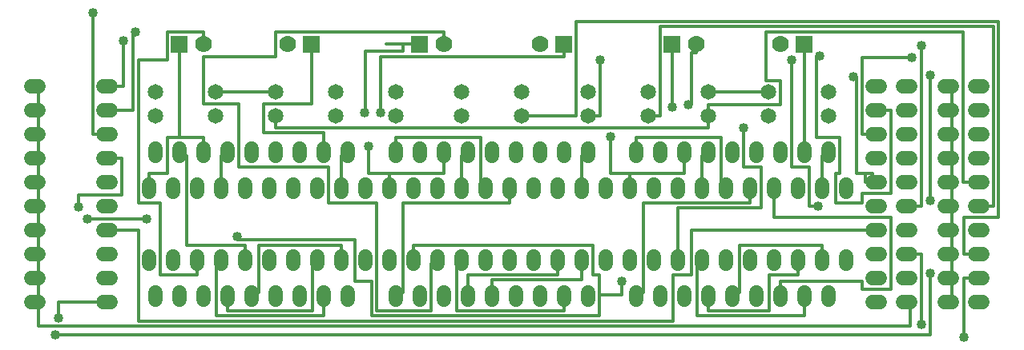
<source format=gbr>
G04 start of page 3 for group 1 idx 1 *
G04 Title: (unknown), solder *
G04 Creator: pcb 20100929 *
G04 CreationDate: Mon 21 Feb 2011 05:52:53 PM GMT UTC *
G04 For: vince *
G04 Format: Gerber/RS-274X *
G04 PCB-Dimensions: 480000 150000 *
G04 PCB-Coordinate-Origin: lower left *
%MOIN*%
%FSLAX25Y25*%
%LNBACK*%
%ADD11C,0.0120*%
%ADD12C,0.0650*%
%ADD13C,0.0200*%
%ADD14C,0.0700*%
%ADD15C,0.0600*%
%ADD16C,0.0400*%
%ADD17C,0.0290*%
%ADD18C,0.0280*%
%ADD19C,0.0350*%
G54D11*X401500Y52500D02*X401501D01*
X401500D02*X400000D01*
X401501D02*X401500D01*
X401501D02*X401500D01*
X406100Y57900D02*Y27900D01*
X393899Y31101D02*X360000D01*
Y26500D02*Y26499D01*
X370000Y23500D02*Y16699D01*
X360000Y26500D02*Y26499D01*
Y25000D01*
X355399Y33900D02*Y18900D01*
X360000Y31101D02*Y26500D01*
X375700Y62500D02*X375701D01*
X375700D02*X372100D01*
X375701D02*X375700D01*
X406100Y57900D02*X357500D01*
X377500Y46101D02*Y38500D01*
X367500Y33900D02*X355399D01*
X367500Y38500D02*Y33900D01*
X357500Y68500D02*Y57900D01*
X406100Y27900D02*X393899D01*
Y31101D02*Y27900D01*
X414000Y22500D02*Y12297D01*
X431500Y42500D02*Y42499D01*
Y42500D02*Y42499D01*
Y42500D02*Y42499D01*
Y42500D02*X430000D01*
X444000Y32500D02*X436399D01*
X441000Y42500D02*X436399D01*
X431500Y32500D02*X430000D01*
X431500D02*Y32499D01*
Y32500D02*Y32499D01*
Y42499D02*Y32500D01*
Y62500D02*Y62499D01*
Y62500D01*
Y62499D01*
Y62500D02*Y62499D01*
X448600Y62500D02*X444000D01*
X431500Y52500D02*Y52499D01*
Y52500D02*Y52499D01*
Y62499D02*Y52500D01*
Y32500D02*Y32499D01*
Y32500D01*
Y22500D02*Y22499D01*
Y32499D02*Y22500D01*
X418600Y13098D02*Y13097D01*
Y42500D02*X414000D01*
X418600Y13098D02*Y13097D01*
Y42500D02*Y13098D01*
X436399Y7899D02*Y7898D01*
X431500Y22500D02*Y22499D01*
Y22500D01*
X436399Y7899D02*Y7898D01*
X431500Y22500D02*X430000D01*
X436399Y32500D02*Y7899D01*
X422500Y34300D02*Y8696D01*
X431500Y52500D02*Y52499D01*
Y52500D01*
X430000D01*
X431500Y42499D02*Y42500D01*
X436399Y57900D02*Y42500D01*
X431500Y52499D02*Y42500D01*
X347500Y68500D02*Y63900D01*
X352100Y61699D02*X317500D01*
X401500Y52500D02*X322899D01*
X377500Y46101D02*X342899D01*
X352100Y78900D02*Y61699D01*
X337500Y72898D02*X335399D01*
X337500Y70000D01*
X335399Y68500D01*
X337500D01*
X347500Y63900D02*X302899D01*
X280000Y83500D02*X277500D01*
X280001D02*X280000D01*
X277500D02*X280000Y85000D01*
X327500Y83500D02*X330000Y85000D01*
X302899Y26500D02*X300000D01*
X302900D02*X302899D01*
X277500Y83500D02*Y68500D01*
Y38500D02*Y31699D01*
X284600Y25299D02*Y16699D01*
Y33900D02*Y25299D01*
X294000Y31099D02*Y25299D01*
X337500Y72899D02*X335399D01*
X337501D02*X337500D01*
X170000Y86500D02*Y86499D01*
Y92949D02*Y86500D01*
Y86499D01*
Y85000D01*
Y92949D02*X145149D01*
X172100Y78900D02*X134600D01*
X133900Y49701D02*Y48302D01*
X182899D02*X133900D01*
X172100Y78900D02*Y63900D01*
X177500Y46101D02*X142899D01*
X177500Y83500D02*Y68500D01*
X180000Y83500D02*X177500D01*
X180001D02*X180000D01*
X177500D02*X180000Y85000D01*
X197500Y76101D02*X188750D01*
X197500D02*Y68500D01*
X192100Y63900D02*X172100D01*
X193750Y101251D02*Y101250D01*
X200000Y86500D02*Y86499D01*
Y91101D02*Y86500D01*
X193750Y124900D02*Y101251D01*
X188750Y87500D02*Y76101D01*
X186988Y101251D02*Y101250D01*
Y101251D02*Y101250D01*
Y101251D02*X187340D01*
Y115978D02*Y101251D01*
Y121539D02*Y115978D01*
Y121539D02*Y115978D01*
X202899Y63900D02*Y26500D01*
X200000Y26499D02*Y25000D01*
Y26499D02*X202899Y26500D01*
X202900D01*
X200000D02*X202899D01*
X200000D01*
X202900D02*X202899D01*
X189899Y31101D02*Y16699D01*
Y31101D02*X182899D01*
X192100Y63900D02*Y18900D01*
X182899Y48302D02*Y31101D01*
X127500Y37102D02*X127501D01*
X133900Y48302D02*Y48301D01*
Y48302D02*Y48301D01*
Y49701D02*Y48302D01*
Y49701D02*Y48302D01*
X177500Y46101D02*Y38500D01*
X167500Y37102D02*X167501D01*
X167500D02*X165399D01*
X167501D02*X167500D01*
X193750Y101251D02*Y101250D01*
X220000Y130000D02*Y129999D01*
Y83500D02*Y76101D01*
X208751D02*X197500D01*
X208751D02*X197500D01*
X220000D02*X208751D01*
X202976Y130000D02*X195952D01*
X210000D02*X202976D01*
Y127101D01*
X220000Y130000D02*Y129999D01*
X270000Y130000D02*Y124900D01*
X193750D01*
X315000Y130000D02*Y103749D01*
X230001Y83500D02*X230000D01*
X235399Y91101D02*X200000D01*
X227500Y83500D02*Y68500D01*
X230000Y83500D02*X227500D01*
X235399Y91101D02*Y72899D01*
X227500Y83500D02*X230000Y85000D01*
X418600Y129300D02*Y62500D01*
X393899Y124300D02*Y92500D01*
X414702Y124300D02*X393899D01*
X414702D02*Y124301D01*
Y124300D02*Y124301D01*
X284850Y123500D02*Y100000D01*
X359850Y114851D02*X354100D01*
Y135101D02*Y114851D01*
X237500Y72898D02*X235399D01*
Y68500D02*X237500D01*
X235399Y72898D02*X237500Y70000D01*
X235399Y68500D01*
X247500Y63900D02*X202899D01*
X237501Y72899D02*X237500D01*
X247500Y68500D02*Y63900D01*
X237500Y72899D02*X235399Y72898D01*
X237500Y72899D02*X235399D01*
X210000Y130000D02*X210001D01*
X220000Y135101D02*Y130000D01*
Y135101D02*X149899D01*
X210001Y130000D02*X210000D01*
X86549Y131499D02*Y112500D01*
X91549Y135101D02*X90698D01*
Y102500D01*
X187340Y127101D02*Y121539D01*
Y127101D02*Y121539D01*
Y127101D02*Y121539D01*
X202976Y127101D02*X187340D01*
X282100Y46101D02*X207500D01*
X277500Y31699D02*X240000D01*
X267500Y33900D02*X230000D01*
X267500Y38500D02*Y33900D01*
X227501Y37102D02*X227500D01*
X214600Y38500D02*X217500Y40000D01*
X315399Y14498D02*X92899D01*
X422500Y8696D02*X58301D01*
X414000Y12297D02*X51500D01*
Y52500D02*Y52499D01*
Y42499D02*Y42500D01*
Y52499D02*Y52500D01*
Y62500D02*Y62499D01*
Y62500D01*
X80001Y22500D02*X80000D01*
X51500Y22499D02*Y22500D01*
Y32499D02*Y32500D01*
X230000Y26499D02*Y25000D01*
X207500Y46101D02*Y38500D01*
X284600Y16699D02*X189899D01*
X214600Y38500D02*Y18900D01*
X217500Y38500D02*X214600D01*
X217501D02*X217500D01*
X214600Y18900D02*X192100D01*
X270000Y23500D02*Y18900D01*
X225399D01*
X240000Y26500D02*Y26499D01*
Y31699D02*Y26500D01*
X230000D02*Y26499D01*
Y33900D02*Y26500D01*
X227500Y37102D02*X225399D01*
Y18900D01*
X330000Y95150D02*X150000D01*
X275100Y100000D02*X252500D01*
X237500Y72899D02*X235399D01*
X237500D02*X237501D01*
X330000Y100000D02*Y99999D01*
X214600Y38500D02*X217500D01*
X217501D01*
X200000Y26500D02*Y26499D01*
X227500Y83500D02*X230000D01*
X230001D01*
X96500Y57101D02*X96501D01*
X227500Y37102D02*X227501D01*
X140000Y26500D02*Y26499D01*
Y25000D01*
X68097Y67101D02*Y62099D01*
X177500Y83500D02*X180000D01*
X180001D01*
X200000Y86500D02*Y86499D01*
Y85000D01*
X240000Y26500D02*Y26499D01*
X230000Y26500D02*Y26499D01*
X240000D02*Y25000D01*
X300000Y86500D02*Y86499D01*
Y85000D01*
X277500Y83500D02*X280000D01*
X280001D01*
X297500Y76101D02*Y68500D01*
Y76101D02*X289299D01*
Y91550D02*Y76101D01*
X284850Y100000D02*X280000D01*
X309850Y137302D02*Y100000D01*
X325000Y126502D02*Y126501D01*
Y130000D02*Y126502D01*
Y126501D01*
Y130000D02*Y126502D01*
X325001D02*X325000D01*
X330000Y100000D02*Y99999D01*
Y104851D02*Y100000D01*
Y99999D01*
X322948Y126502D02*Y104850D01*
X325000Y126502D02*X322948D01*
X321549Y104849D02*X322948Y104850D01*
X322949D01*
X321549D02*X322948D01*
X321549D01*
X322949D02*X322948D01*
X309850Y100000D02*X305000D01*
X337500Y72899D02*X337501D01*
X337500D02*X335399D01*
X315399Y33900D02*Y14498D01*
X317500Y61699D02*Y41500D01*
X322899Y33900D02*X315399D01*
X300000Y26500D02*Y26499D01*
X302899Y63900D02*Y26500D01*
X300000Y26499D02*X302899Y26500D01*
X302900D01*
X300000D02*X302899D01*
X300000Y26499D02*Y25000D01*
X282100Y46101D02*Y33900D01*
X284600D02*X282100D01*
X294000Y25299D02*X284600D01*
X327500Y37102D02*X325399D01*
X327500D02*X327501D01*
X330000Y23500D02*Y18900D01*
X327501Y37102D02*X327500D01*
X322899Y52500D02*Y33900D01*
X325399Y37102D02*Y16699D01*
X340000Y26500D02*Y26499D01*
Y25000D01*
X342899Y46101D02*Y26500D01*
X340000Y26499D02*X342899Y26500D01*
X342900D01*
X340000D02*X342899D01*
X340000D01*
X342900D02*X342899D01*
X355399Y18900D02*X330000D01*
X370000Y16699D02*X325399D01*
X330000Y99999D02*Y95150D01*
X327500Y83500D02*X330000D01*
X327500D02*Y68500D01*
X330000Y83500D02*X327500D01*
X308751Y76101D02*X297500D01*
X308751D02*X297500D01*
X320000D02*X308751D01*
X320000Y83500D02*Y76101D01*
X330001Y83500D02*X330000D01*
X330001D01*
X344600Y95150D02*Y78900D01*
X337500Y72899D02*X335399Y72898D01*
X51500Y32500D02*Y32499D01*
Y32500D02*Y32499D01*
Y32500D02*Y32499D01*
X81500Y22500D02*X80001D01*
X78500D02*X59701D01*
X80000D02*X78500D01*
X80001D02*X80000D01*
X58301Y8696D02*Y8695D01*
X59701Y15897D02*Y15896D01*
X58301Y8696D02*Y8695D01*
X59701Y15897D02*Y15896D01*
Y22500D02*Y15897D01*
X51500Y22500D02*X50000D01*
X51500D02*Y22499D01*
Y22500D02*Y22499D01*
Y12297D01*
Y22500D02*Y22499D01*
Y32499D02*Y22500D01*
X92899Y52500D02*Y14498D01*
X51500Y32500D02*X50000D01*
X51500Y52500D02*X50000D01*
X51500D02*Y52499D01*
Y52500D02*Y52499D01*
Y42499D02*Y32500D01*
Y42500D02*Y42499D01*
Y42500D02*X50000D01*
X51500D02*Y42499D01*
Y42500D02*Y42499D01*
Y52499D02*Y42500D01*
X86100Y82500D02*Y67101D01*
X68097D01*
X86100Y82500D02*X81500D01*
X71698Y57100D02*Y57099D01*
Y57101D02*Y57100D01*
X96500Y57101D02*X71698D01*
X92899Y52500D02*X81500D01*
X78500Y92500D02*X78501D01*
X80000D01*
X78500D02*X73899D01*
X78501D02*X78500D01*
X104850Y76101D02*X97500D01*
X104899Y123497D02*X92899D01*
Y63900D01*
X51500Y72500D02*Y72499D01*
Y72500D01*
Y72499D01*
Y72500D02*Y72499D01*
Y82500D02*Y82499D01*
Y82500D02*Y82499D01*
Y82500D02*X50000D01*
X51500D02*Y82499D01*
Y92499D02*Y92500D01*
X50000D01*
X51500D02*Y92499D01*
Y82500D01*
Y92500D02*Y92499D01*
Y72500D02*X50000D01*
X51500Y72499D02*Y62500D01*
Y82499D02*Y72500D01*
X73900Y143104D02*X73901D01*
X73900D02*X73899D01*
X73901D02*X73900D01*
X73899D02*Y92500D01*
X90698Y102500D02*X81500D01*
X86549Y112500D02*X81500D01*
X51500Y92500D02*Y92499D01*
Y102500D02*X50000D01*
X51500D02*Y102499D01*
Y102500D01*
Y102499D01*
Y102500D02*Y102499D01*
Y112500D02*Y102500D01*
Y102499D02*Y92500D01*
X71698Y57100D02*Y57099D01*
X51500Y62500D02*X50000D01*
X51500D02*Y62499D01*
Y52500D01*
Y62500D02*Y62499D01*
X112899Y83500D02*Y46101D01*
Y83500D02*X110000D01*
X112900D02*X112899D01*
X112426Y91101D02*X110000D01*
X120000Y86500D02*Y86499D01*
Y85000D01*
X127500Y83500D02*X130000D01*
X130001D01*
X110000D02*X112899D01*
X112900D01*
X110000D02*X112899D01*
X137500Y46101D02*Y38500D01*
Y46101D02*X112899D01*
X127500Y37102D02*X125399D01*
X127501D02*X127500D01*
X102100Y63900D02*Y33900D01*
X117500D02*X102100D01*
X117500Y38500D02*Y33900D01*
X97500Y76101D02*Y68500D01*
X102100Y63900D02*X92899D01*
X96501Y57101D02*X96500D01*
X127500Y83500D02*Y68500D01*
X130000Y83500D02*X127500D01*
X130000Y85000D01*
X170000Y16699D02*X125399D01*
X142899Y46101D02*Y26500D01*
X140000D01*
X165399Y37102D02*Y18900D01*
X170000Y23500D02*Y16699D01*
X140000Y26499D02*X142899Y26500D01*
X142900D01*
X140000D02*X142899D01*
X142900D02*X142899D01*
X165399Y18900D02*X130000D01*
Y23500D02*Y18900D01*
X125399Y37102D02*Y16699D01*
X110000Y130000D02*Y91101D01*
X149899Y135101D02*Y124900D01*
X150001Y110000D02*X150000D01*
Y100000D02*Y95150D01*
X120000Y130000D02*Y129999D01*
Y130000D02*Y129999D01*
Y135101D02*Y130000D01*
Y135101D02*X104899D01*
Y123497D01*
X120149Y124900D02*Y105150D01*
X165000Y130000D02*Y105150D01*
X149899Y124900D02*X120149D01*
X150000Y110000D02*X150001D01*
X165000Y105150D02*X145149D01*
Y92949D01*
X134600Y105150D02*Y78900D01*
X130001Y83500D02*X130000D01*
X134600Y105150D02*X120149D01*
X150000Y110000D02*X125000D01*
X104850Y91101D02*Y76101D01*
X112426Y91101D02*X110000D01*
X104850D01*
X112899Y83500D02*X110000Y85000D01*
X120000Y86500D02*Y86499D01*
Y91101D02*Y86500D01*
Y91101D02*X112426D01*
X359850Y104851D02*X330000D01*
X355000Y110000D02*X330000D01*
X335399Y91101D02*Y72899D01*
X448600Y137302D02*X309850D01*
X450801Y139503D02*X275100D01*
X436100Y135101D02*X354100D01*
X321549Y104850D02*Y104849D01*
X275100Y139503D02*Y100000D01*
X325000Y130000D02*Y126502D01*
X325001D01*
X335399Y91101D02*X300000D01*
Y86500D02*Y86499D01*
Y91101D02*Y86500D01*
X380000Y83500D02*X377500D01*
Y68500D01*
X380001Y83500D02*X380000D01*
X377500D02*X380000Y85000D01*
X352100Y78900D02*X344600D01*
X370000Y130000D02*Y86500D01*
X355000Y110000D02*X355001D01*
X355000D01*
X436100Y135101D02*Y72500D01*
X448600Y137302D02*Y62500D01*
X450801Y57900D02*X436399D01*
X431500Y92500D02*Y92499D01*
Y92500D01*
X430000D01*
X431500Y102500D02*Y102499D01*
X422201Y117100D02*Y64700D01*
X418600Y62500D02*X414000D01*
X450801Y139503D02*Y57900D01*
X431500Y82500D02*Y82499D01*
Y82500D01*
X422201Y64700D02*Y64699D01*
X431500Y82500D02*X430000D01*
X431500Y72500D02*X430000D01*
X422201Y64700D02*Y64699D01*
X431500Y62500D02*X430000D01*
X441000Y72500D02*X436100D01*
X431500D02*Y72499D01*
Y72500D01*
X372100Y78900D02*X364600D01*
X370000Y86500D02*Y86499D01*
Y85000D01*
Y86500D02*Y86499D01*
X359850Y114851D02*Y104851D01*
X364600Y123500D02*Y78900D01*
X401500Y92500D02*X401501D01*
X401500D01*
X401501D02*X401500D01*
X406100Y102500D02*X401500D01*
X406100D02*Y67900D01*
X390299Y116250D02*X391698D01*
X391699D01*
X390299D02*X391698D01*
X390299D01*
X391699D02*X391698D01*
Y76101D01*
X375149Y125054D02*X376500D01*
X376501D01*
X375149D02*Y91101D01*
X376500Y125054D02*X375149D01*
X376501D02*X376500D01*
X401500Y92500D02*X393899D01*
X384600Y91101D02*X375149D01*
X384600D02*Y76101D01*
X382899D01*
X398500D02*X395502D01*
X398500Y72500D02*X395501D01*
X398500D02*Y76101D01*
X395502D02*X395501D01*
X377500Y83500D02*X380000D01*
X380001D01*
X382899Y76101D02*Y63900D01*
X372100Y78900D02*Y62500D01*
X393899Y63900D02*X382899D01*
X393899Y67900D02*Y63900D01*
X401500Y72500D02*X401501D01*
X398500D02*X400000D01*
X398500D02*X395501D01*
X401501D02*X398500D01*
X401500Y92500D02*X400000D01*
X398500Y72500D02*Y76101D01*
X395502D01*
X398500Y72500D02*X395501Y72499D01*
X395502Y76101D02*X395501D01*
Y72500D02*Y72499D01*
Y76101D02*Y72500D01*
Y76101D02*X391698D01*
X406100Y67900D02*X393899D01*
X431500Y92500D02*Y92499D01*
Y82500D01*
Y82499D01*
Y72500D01*
Y82500D02*Y82499D01*
Y102500D02*Y102499D01*
Y102500D02*X430000D01*
X431500D02*Y102499D01*
Y112500D02*Y102500D01*
Y72500D02*Y72499D01*
Y62500D01*
Y72500D02*Y72499D01*
Y92500D02*Y92499D01*
Y102499D02*Y92500D01*
G54D12*X150000Y110000D03*
Y100000D03*
X175000Y110000D03*
Y100000D03*
G54D13*G36*
X161500Y133500D02*Y126500D01*
X168500D01*
Y133500D01*
X161500D01*
G37*
G54D14*X155000Y130000D03*
G54D12*X200000Y110000D03*
Y100000D03*
G54D15*X180000Y85000D03*
X200000D03*
X170000D03*
X160000D03*
X150000D03*
X140000D03*
X130000D03*
X120000D03*
G54D14*Y130000D03*
G54D15*X110000Y85000D03*
X100000D03*
G54D13*G36*
X106500Y133500D02*Y126500D01*
X113500D01*
Y133500D01*
X106500D01*
G37*
G54D15*X50000Y112500D03*
Y102500D03*
Y92500D03*
Y82500D03*
Y72500D03*
Y62500D03*
Y52500D03*
Y42500D03*
Y32500D03*
Y22500D03*
X80000Y52500D03*
Y62500D03*
Y72500D03*
Y82500D03*
Y92500D03*
Y22500D03*
Y32500D03*
Y42500D03*
X97500Y70000D03*
X107500D03*
X117500D03*
X127500D03*
X137500D03*
X147500D03*
X157500D03*
X167500D03*
X177500D03*
X187500D03*
G54D12*X100000Y110000D03*
Y100000D03*
X125000Y110000D03*
Y100000D03*
G54D15*X80000Y102500D03*
Y112500D03*
X100000Y25000D03*
X110000D03*
X120000D03*
X130000D03*
X140000D03*
X150000D03*
X160000D03*
X157500Y40000D03*
X147500D03*
X170000Y25000D03*
X167500Y40000D03*
X180000Y25000D03*
X187500Y40000D03*
X177500D03*
X200000Y25000D03*
X137500Y40000D03*
X127500D03*
X117500D03*
X107500D03*
X97500D03*
G54D12*X227500Y110000D03*
X252500D03*
X280000D03*
X227500Y100000D03*
X252500D03*
X280000D03*
X305000D03*
X330000D03*
X355000D03*
G54D13*G36*
X266500Y133500D02*Y126500D01*
X273500D01*
Y133500D01*
X266500D01*
G37*
G54D14*X260000Y130000D03*
G54D13*G36*
X206500Y133500D02*Y126500D01*
X213500D01*
Y133500D01*
X206500D01*
G37*
G54D14*X220000Y130000D03*
G54D15*X267500Y70000D03*
X277500D03*
X287500D03*
X280000Y85000D03*
X270000D03*
X260000D03*
X250000D03*
X240000D03*
X230000D03*
X220000D03*
X210000D03*
X350000D03*
X340000D03*
X330000D03*
X320000D03*
X310000D03*
X300000D03*
X247500Y40000D03*
X237500D03*
X227500D03*
X217500D03*
X207500D03*
X197500D03*
Y70000D03*
X207500D03*
X217500D03*
X210000Y25000D03*
X220000D03*
X230000D03*
X227500Y70000D03*
X237500D03*
X247500D03*
X257500D03*
X240000Y25000D03*
X250000D03*
X260000D03*
X270000D03*
X287500Y40000D03*
X297500D03*
X280000Y25000D03*
X300000D03*
X277500Y40000D03*
X267500D03*
X257500D03*
X430000Y22500D03*
X442500D03*
X412500D03*
X430000Y32500D03*
X442500D03*
X412500D03*
X400000Y72500D03*
Y62500D03*
Y52500D03*
Y42500D03*
Y32500D03*
Y22500D03*
G54D12*X305000Y110000D03*
X330000D03*
X355000D03*
X380000D03*
G54D13*G36*
X311500Y133500D02*Y126500D01*
X318500D01*
Y133500D01*
X311500D01*
G37*
G54D14*X325000Y130000D03*
G54D12*X380000Y100000D03*
G54D15*X400000Y102500D03*
G54D13*G36*
X366500Y133500D02*Y126500D01*
X373500D01*
Y133500D01*
X366500D01*
G37*
G54D14*X360000Y130000D03*
G54D15*X430000Y102500D03*
X412500D03*
X430000Y112500D03*
X400000D03*
X412500D03*
X442500D03*
Y102500D03*
X297500Y70000D03*
X307500D03*
X317500D03*
X327500D03*
X337500D03*
X347500D03*
X357500D03*
X367500D03*
X377500D03*
X387500D03*
X430000Y42500D03*
X442500D03*
X412500D03*
Y52500D03*
Y62500D03*
Y72500D03*
X430000Y52500D03*
Y62500D03*
Y72500D03*
X442500D03*
Y62500D03*
Y52500D03*
X430000Y82500D03*
Y92500D03*
X442500D03*
Y82500D03*
X400000Y92500D03*
Y82500D03*
X412500D03*
Y92500D03*
X380000Y85000D03*
X370000D03*
X360000D03*
X387500Y40000D03*
X377500D03*
X367500D03*
X357500D03*
X347500D03*
X337500D03*
X327500D03*
X317500D03*
X307500D03*
X310000Y25000D03*
X320000D03*
X330000D03*
X340000D03*
X350000D03*
X360000D03*
X370000D03*
X380000D03*
G54D16*X375700Y62500D03*
X390299Y116250D03*
X422500Y34300D03*
X422201Y117100D03*
Y64700D03*
X364600Y123500D03*
X376500Y125054D03*
X418600Y129300D03*
X414702Y124300D03*
X91549Y135101D03*
X73900Y143104D03*
X86549Y131499D03*
X284850Y123500D03*
X418600Y13098D03*
X59701Y15897D03*
X58301Y8696D03*
X436399Y7899D03*
X289299Y91550D03*
X344600Y95150D03*
X321549Y104850D03*
X294000Y31099D03*
X315000Y103749D03*
X193750Y101251D03*
X96500Y57101D03*
X71698Y57100D03*
X133900Y49701D03*
X68097Y62099D03*
X188750Y87500D03*
X186988Y101251D03*
G54D15*X48500Y112500D02*X51500D01*
X48500Y102500D02*X51500D01*
X48500Y92500D02*X51500D01*
X48500Y82500D02*X51500D01*
X48500Y72500D02*X51500D01*
X48500Y62500D02*X51500D01*
X48500Y52500D02*X51500D01*
X48500Y42500D02*X51500D01*
X48500Y32500D02*X51500D01*
X78500Y62500D02*X81500D01*
X78500Y72500D02*X81500D01*
X78500Y82500D02*X81500D01*
X78500Y92500D02*X81500D01*
X78500Y102500D02*X81500D01*
X78500Y112500D02*X81500D01*
X48500Y22500D02*X51500D01*
X78500Y32500D02*X81500D01*
X78500Y42500D02*X81500D01*
X78500Y52500D02*X81500D01*
X237500Y41500D02*Y38500D01*
X227500Y41500D02*Y38500D01*
X217500Y41500D02*Y38500D01*
X207500Y41500D02*Y38500D01*
X187500Y41500D02*Y38500D01*
X197500Y41500D02*Y38500D01*
Y71500D02*Y68500D01*
X207500Y71500D02*Y68500D01*
X217500Y71500D02*Y68500D01*
X227500Y71500D02*Y68500D01*
X237500Y71500D02*Y68500D01*
X247500Y71500D02*Y68500D01*
X187500Y71500D02*Y68500D01*
X257500Y71500D02*Y68500D01*
X260000Y86500D02*Y83500D01*
X250000Y86500D02*Y83500D01*
X240000Y86500D02*Y83500D01*
X230000Y86500D02*Y83500D01*
X220000Y86500D02*Y83500D01*
X210000Y86500D02*Y83500D01*
X200000Y86500D02*Y83500D01*
Y26500D02*Y23500D01*
X210000Y26500D02*Y23500D01*
X220000Y26500D02*Y23500D01*
X230000Y26500D02*Y23500D01*
X398500Y72500D02*X401500D01*
X398500Y62500D02*X401500D01*
X398500Y52500D02*X401500D01*
X398500Y42500D02*X401500D01*
X387500Y41500D02*Y38500D01*
X398500Y32500D02*X401500D01*
X398500Y22500D02*X401500D01*
X377500Y41500D02*Y38500D01*
X367500Y41500D02*Y38500D01*
X357500Y41500D02*Y38500D01*
X317500Y71500D02*Y68500D01*
X327500Y71500D02*Y68500D01*
X337500Y71500D02*Y68500D01*
X347500Y71500D02*Y68500D01*
X357500Y71500D02*Y68500D01*
X367500Y71500D02*Y68500D01*
X377500Y71500D02*Y68500D01*
X347500Y41500D02*Y38500D01*
X337500Y41500D02*Y38500D01*
X327500Y41500D02*Y38500D01*
X317500Y41500D02*Y38500D01*
X320000Y26500D02*Y23500D01*
X330000Y26500D02*Y23500D01*
X340000Y26500D02*Y23500D01*
X350000Y26500D02*Y23500D01*
X360000Y26500D02*Y23500D01*
X370000Y26500D02*Y23500D01*
X380000Y26500D02*Y23500D01*
X387500Y71500D02*Y68500D01*
X380000Y86500D02*Y83500D01*
X370000Y86500D02*Y83500D01*
X360000Y86500D02*Y83500D01*
X350000Y86500D02*Y83500D01*
X340000Y86500D02*Y83500D01*
X330000Y86500D02*Y83500D01*
X320000Y86500D02*Y83500D01*
X78500Y22500D02*X81500D01*
X100000Y26500D02*Y23500D01*
X110000Y26500D02*Y23500D01*
X120000Y26500D02*Y23500D01*
X180000Y86500D02*Y83500D01*
X170000Y86500D02*Y83500D01*
X160000Y86500D02*Y83500D01*
X150000Y86500D02*Y83500D01*
Y26500D02*Y23500D01*
X160000Y26500D02*Y23500D01*
X170000Y26500D02*Y23500D01*
X180000Y26500D02*Y23500D01*
X177500Y41500D02*Y38500D01*
X167500Y41500D02*Y38500D01*
X157500Y41500D02*Y38500D01*
X147500Y41500D02*Y38500D01*
X130000Y26500D02*Y23500D01*
X140000Y26500D02*Y23500D01*
X137500Y41500D02*Y38500D01*
X127500Y41500D02*Y38500D01*
X117500Y41500D02*Y38500D01*
X107500Y41500D02*Y38500D01*
X97500Y41500D02*Y38500D01*
X140000Y86500D02*Y83500D01*
X130000Y86500D02*Y83500D01*
X120000Y86500D02*Y83500D01*
X110000Y86500D02*Y83500D01*
X100000Y86500D02*Y83500D01*
X97500Y71500D02*Y68500D01*
X107500Y71500D02*Y68500D01*
X117500Y71500D02*Y68500D01*
X127500Y71500D02*Y68500D01*
X137500Y71500D02*Y68500D01*
X147500Y71500D02*Y68500D01*
X157500Y71500D02*Y68500D01*
X167500Y71500D02*Y68500D01*
X177500Y71500D02*Y68500D01*
X428500Y22500D02*X431500D01*
X428500Y32500D02*X431500D01*
X411000Y22500D02*X414000D01*
X411000Y32500D02*X414000D01*
X428500Y62500D02*X431500D01*
X428500Y72500D02*X431500D01*
X428500Y82500D02*X431500D01*
X428500Y92500D02*X431500D01*
X428500Y102500D02*X431500D01*
X428500Y112500D02*X431500D01*
X398500D02*X401500D01*
X411000D02*X414000D01*
X398500Y102500D02*X401500D01*
X398500Y92500D02*X401500D01*
X398500Y82500D02*X401500D01*
X411000D02*X414000D01*
X411000Y92500D02*X414000D01*
X411000Y102500D02*X414000D01*
X441000Y112500D02*X444000D01*
X441000Y102500D02*X444000D01*
X441000Y92500D02*X444000D01*
X441000Y82500D02*X444000D01*
X441000Y72500D02*X444000D01*
X441000Y62500D02*X444000D01*
X441000Y52500D02*X444000D01*
X441000Y42500D02*X444000D01*
X441000Y32500D02*X444000D01*
X441000Y22500D02*X444000D01*
X428500Y42500D02*X431500D01*
X428500Y52500D02*X431500D01*
X411000Y42500D02*X414000D01*
X411000Y52500D02*X414000D01*
X411000Y62500D02*X414000D01*
X411000Y72500D02*X414000D01*
X267500Y41500D02*Y38500D01*
X257500Y41500D02*Y38500D01*
X287500Y41500D02*Y38500D01*
X277500Y41500D02*Y38500D01*
X247500Y41500D02*Y38500D01*
X307500Y41500D02*Y38500D01*
X297500Y41500D02*Y38500D01*
X267500Y71500D02*Y68500D01*
X277500Y71500D02*Y68500D01*
X287500Y71500D02*Y68500D01*
X297500Y71500D02*Y68500D01*
X307500Y71500D02*Y68500D01*
X280000Y86500D02*Y83500D01*
X270000Y86500D02*Y83500D01*
X310000Y86500D02*Y83500D01*
X300000Y86500D02*Y83500D01*
X240000Y26500D02*Y23500D01*
X250000Y26500D02*Y23500D01*
X260000Y26500D02*Y23500D01*
X270000Y26500D02*Y23500D01*
X280000Y26500D02*Y23500D01*
X300000Y26500D02*Y23500D01*
X310000Y26500D02*Y23500D01*
G54D17*G54D18*G54D17*G54D19*G54D18*G54D19*G54D18*G54D19*G54D17*G54D19*G54D17*G54D18*G54D19*G54D17*G54D18*G54D17*G54D19*G54D18*G54D19*G54D13*M02*

</source>
